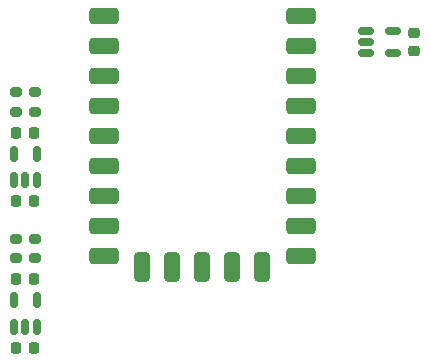
<source format=gbr>
%TF.GenerationSoftware,KiCad,Pcbnew,8.0.4*%
%TF.CreationDate,2024-08-04T13:51:38+08:00*%
%TF.ProjectId,mai-pico-nano-io,6d61692d-7069-4636-9f2d-6e616e6f2d69,rev?*%
%TF.SameCoordinates,Original*%
%TF.FileFunction,Paste,Top*%
%TF.FilePolarity,Positive*%
%FSLAX46Y46*%
G04 Gerber Fmt 4.6, Leading zero omitted, Abs format (unit mm)*
G04 Created by KiCad (PCBNEW 8.0.4) date 2024-08-04 13:51:38*
%MOMM*%
%LPD*%
G01*
G04 APERTURE LIST*
G04 Aperture macros list*
%AMRoundRect*
0 Rectangle with rounded corners*
0 $1 Rounding radius*
0 $2 $3 $4 $5 $6 $7 $8 $9 X,Y pos of 4 corners*
0 Add a 4 corners polygon primitive as box body*
4,1,4,$2,$3,$4,$5,$6,$7,$8,$9,$2,$3,0*
0 Add four circle primitives for the rounded corners*
1,1,$1+$1,$2,$3*
1,1,$1+$1,$4,$5*
1,1,$1+$1,$6,$7*
1,1,$1+$1,$8,$9*
0 Add four rect primitives between the rounded corners*
20,1,$1+$1,$2,$3,$4,$5,0*
20,1,$1+$1,$4,$5,$6,$7,0*
20,1,$1+$1,$6,$7,$8,$9,0*
20,1,$1+$1,$8,$9,$2,$3,0*%
G04 Aperture macros list end*
%ADD10RoundRect,0.150000X0.150000X-0.512500X0.150000X0.512500X-0.150000X0.512500X-0.150000X-0.512500X0*%
%ADD11RoundRect,0.200000X0.275000X-0.200000X0.275000X0.200000X-0.275000X0.200000X-0.275000X-0.200000X0*%
%ADD12RoundRect,0.225000X-0.225000X-0.250000X0.225000X-0.250000X0.225000X0.250000X-0.225000X0.250000X0*%
%ADD13RoundRect,0.345000X-0.925000X-0.345000X0.925000X-0.345000X0.925000X0.345000X-0.925000X0.345000X0*%
%ADD14RoundRect,0.345000X-0.345000X-0.925000X0.345000X-0.925000X0.345000X0.925000X-0.345000X0.925000X0*%
%ADD15RoundRect,0.150000X-0.512500X-0.150000X0.512500X-0.150000X0.512500X0.150000X-0.512500X0.150000X0*%
%ADD16RoundRect,0.225000X-0.250000X0.225000X-0.250000X-0.225000X0.250000X-0.225000X0.250000X0.225000X0*%
G04 APERTURE END LIST*
D10*
%TO.C,U3*%
X84050001Y-103737500D03*
X85000000Y-103737500D03*
X85949999Y-103737500D03*
X85949999Y-101462500D03*
X84050001Y-101462500D03*
%TD*%
D11*
%TO.C,R4*%
X84200000Y-110325000D03*
X84200000Y-108675000D03*
%TD*%
D12*
%TO.C,C3*%
X84225000Y-117900000D03*
X85775000Y-117900000D03*
%TD*%
%TO.C,C4*%
X84225000Y-112100000D03*
X85775000Y-112100000D03*
%TD*%
D13*
%TO.C,U1*%
X91690000Y-89840000D03*
X91690000Y-92380000D03*
X91690000Y-94920000D03*
X91690000Y-97460000D03*
X91690000Y-100000000D03*
X91690000Y-102540000D03*
X91690000Y-105080000D03*
X91690000Y-107620000D03*
X91690000Y-110160000D03*
D14*
X94920000Y-111060000D03*
X97460000Y-111060000D03*
X100000000Y-111060000D03*
X102540000Y-111060000D03*
X105080000Y-111060000D03*
D13*
X108310000Y-110160000D03*
X108310000Y-107620000D03*
X108310000Y-105080000D03*
X108310000Y-102540000D03*
X108310000Y-100000000D03*
X108310000Y-97460000D03*
X108310000Y-94920000D03*
X108310000Y-92380000D03*
X108310000Y-89840000D03*
%TD*%
D11*
%TO.C,R3*%
X85800000Y-110325000D03*
X85800000Y-108675000D03*
%TD*%
D15*
%TO.C,U2*%
X113862500Y-91050001D03*
X113862500Y-92000000D03*
X113862500Y-92949999D03*
X116137500Y-92949999D03*
X116137500Y-91050001D03*
%TD*%
D10*
%TO.C,U4*%
X84050001Y-116137500D03*
X85000000Y-116137500D03*
X85949999Y-116137500D03*
X85949999Y-113862500D03*
X84050001Y-113862500D03*
%TD*%
D16*
%TO.C,C5*%
X117900000Y-91225000D03*
X117900000Y-92775000D03*
%TD*%
D12*
%TO.C,C2*%
X84225000Y-99700000D03*
X85775000Y-99700000D03*
%TD*%
%TO.C,C1*%
X84225000Y-105500000D03*
X85775000Y-105500000D03*
%TD*%
D11*
%TO.C,R1*%
X84200000Y-97925000D03*
X84200000Y-96275000D03*
%TD*%
%TO.C,R2*%
X85800000Y-97925000D03*
X85800000Y-96275000D03*
%TD*%
M02*

</source>
